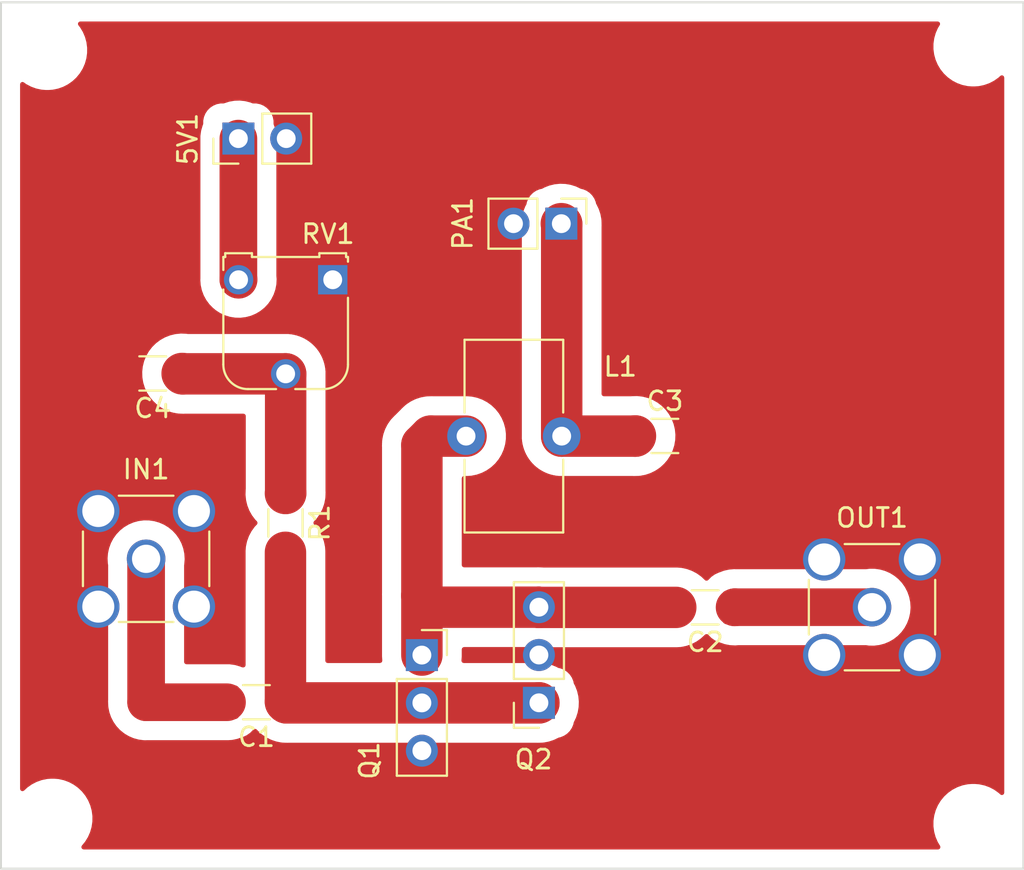
<source format=kicad_pcb>
(kicad_pcb (version 20211014) (generator pcbnew)
  (layers (0 "F.Cu" signal) (31 "B.Cu" signal) (35 "F.Paste" user) (37 "F.SilkS" user "F.Silkscreen") (38 "B.Mask" user) (39 "F.Mask" user) (44 "Edge.Cuts" user))
  (net 0 "")
  (net 1 "GND")
  (net 2 "Net-(C2-Pad1)")
  (net 3 "Net-(C3-Pad1)")
  (net 4 "/DC_BIAS_1")
  (net 5 "Net-(C2-Pad2)")
  (net 6 "Net-(5V1-Pad1)")
  (net 7 "/8-10mW")
  (net 8 "Net-(C4-Pad1)")
  (footprint "Capacitor_SMD:C_1206_3216Metric_Pad1.33x1.80mm_HandSolder" (layer "F.Cu") (at 87.01 70.43 180)
    (fp_text reference "C2" (at 0 -1.85 180) (layer "F.SilkS"))
    (fp_text value "100nF" hide)
    (fp_line (start -0.711252 0.91) (end 0.711252 0.91) (layer "F.SilkS") (width 0.12))
    (fp_line (start -0.711252 -0.91) (end 0.711252 -0.91) (layer "F.SilkS") (width 0.12))
    (pad "1" smd roundrect (at -1.5625 0 180) (size 1.325 1.8) (layers "F.Cu" "F.Paste" "F.Mask") (roundrect_rratio 0.188679) (net 2 "Net-(C2-Pad1)"))
    (pad "2" smd roundrect (at 1.5625 0 180) (size 1.325 1.8) (layers "F.Cu" "F.Paste" "F.Mask") (roundrect_rratio 0.188679) (net 5 "Net-(C2-Pad2)"))
  )
  (footprint "Connector_PinSocket_2.54mm:PinSocket_1x03_P2.54mm_Vertical" (layer "F.Cu") (at 78.18 75.5 180)
    (fp_text reference "Q2" (at 0.29 -3.01) (layer "F.SilkS"))
    (fp_text value "RD00HVS1 (GSD)" hide)
    (fp_line (start -1.33 6.41) (end 1.33 6.41) (layer "F.SilkS") (width 0.12))
    (fp_line (start -1.33 1.27) (end -1.33 6.41) (layer "F.SilkS") (width 0.12))
    (fp_line (start -1.33 1.27) (end 1.33 1.27) (layer "F.SilkS") (width 0.12))
    (fp_line (start 1.33 -1.33) (end 1.33 0) (layer "F.SilkS") (width 0.12))
    (fp_line (start 0 -1.33) (end 1.33 -1.33) (layer "F.SilkS") (width 0.12))
    (fp_line (start 1.33 1.27) (end 1.33 6.41) (layer "F.SilkS") (width 0.12))
    (pad "1" thru_hole rect (at 0 0 180) (size 1.7 1.7) (drill 1) (layers *.Cu *.Mask) (net 4 "/DC_BIAS_1"))
    (pad "2" thru_hole oval (at 0 2.54 180) (size 1.7 1.7) (drill 1) (layers *.Cu *.Mask) (net 1 "GND"))
    (pad "3" thru_hole oval (at 0 5.08 180) (size 1.7 1.7) (drill 1) (layers *.Cu *.Mask) (net 5 "Net-(C2-Pad2)"))
  )
  (footprint "Capacitor_SMD:C_1206_3216Metric_Pad1.33x1.80mm_HandSolder" (layer "F.Cu") (at 63.1775 75.47 180)
    (fp_text reference "C1" (at 0 -1.85 180) (layer "F.SilkS"))
    (fp_text value "100nF" hide)
    (fp_line (start -0.711252 0.91) (end 0.711252 0.91) (layer "F.SilkS") (width 0.12))
    (fp_line (start -0.711252 -0.91) (end 0.711252 -0.91) (layer "F.SilkS") (width 0.12))
    (pad "1" smd roundrect (at -1.5625 0 180) (size 1.325 1.8) (layers "F.Cu" "F.Paste" "F.Mask") (roundrect_rratio 0.188679) (net 4 "/DC_BIAS_1"))
    (pad "2" smd roundrect (at 1.5625 0 180) (size 1.325 1.8) (layers "F.Cu" "F.Paste" "F.Mask") (roundrect_rratio 0.188679) (net 7 "/8-10mW"))
  )
  (footprint "Connector_PinSocket_2.54mm:PinSocket_1x03_P2.54mm_Vertical" (layer "F.Cu") (at 71.965 72.965)
    (fp_text reference "Q1" (at -2.785 5.605 90) (layer "F.SilkS"))
    (fp_text value "BS170" hide)
    (fp_line (start 1.33 -1.33) (end 1.33 0) (layer "F.SilkS") (width 0.12))
    (fp_line (start -1.33 1.27) (end -1.33 6.41) (layer "F.SilkS") (width 0.12))
    (fp_line (start -1.33 6.41) (end 1.33 6.41) (layer "F.SilkS") (width 0.12))
    (fp_line (start 1.33 1.27) (end 1.33 6.41) (layer "F.SilkS") (width 0.12))
    (fp_line (start -1.33 1.27) (end 1.33 1.27) (layer "F.SilkS") (width 0.12))
    (fp_line (start 0 -1.33) (end 1.33 -1.33) (layer "F.SilkS") (width 0.12))
    (pad "1" thru_hole rect locked (at 0 0) (size 1.7 1.7) (drill 1) (layers *.Cu *.Mask) (net 5 "Net-(C2-Pad2)"))
    (pad "2" thru_hole oval locked (at 0 2.54) (size 1.7 1.7) (drill 1) (layers *.Cu *.Mask) (net 4 "/DC_BIAS_1"))
    (pad "3" thru_hole oval locked (at 0 5.08) (size 1.7 1.7) (drill 1) (layers *.Cu *.Mask) (net 1 "GND"))
  )
  (footprint "Resistor_SMD:R_1206_3216Metric_Pad1.30x1.75mm_HandSolder" (layer "F.Cu") (at 64.72 65.94 -90)
    (fp_text reference "R1" (at 0 -1.82 -90) (layer "F.SilkS"))
    (fp_text value "4.7k")
    (fp_line (start -0.727064 -0.91) (end 0.727064 -0.91) (layer "F.SilkS") (width 0.12))
    (fp_line (start -0.727064 0.91) (end 0.727064 0.91) (layer "F.SilkS") (width 0.12))
    (pad "1" smd roundrect (at -1.55 0 270) (size 1.3 1.75) (layers "F.Cu" "F.Paste" "F.Mask") (roundrect_rratio 0.192308) (net 8 "Net-(C4-Pad1)"))
    (pad "2" smd roundrect (at 1.55 0 270) (size 1.3 1.75) (layers "F.Cu" "F.Paste" "F.Mask") (roundrect_rratio 0.192308) (net 4 "/DC_BIAS_1"))
  )
  (footprint "Inductor_THT:L_Toroid_Vertical_L10.0mm_W5.0mm_P5.08mm" (layer "F.Cu") (at 74.31 61.33 90)
    (fp_text reference "L1" (at 3.69 8.19) (layer "F.SilkS"))
    (fp_text value "L_Ferrite" hide)
    (fp_line (start -5.12 -0.08) (end -1.255 -0.08) (layer "F.SilkS") (width 0.12))
    (fp_line (start -5.12 5.16) (end -1.255 5.16) (layer "F.SilkS") (width 0.12))
    (fp_line (start 1.255 -0.08) (end 5.12 -0.08) (layer "F.SilkS") (width 0.12))
    (fp_line (start -5.12 -0.08) (end -5.12 5.16) (layer "F.SilkS") (width 0.12))
    (fp_line (start 5.12 -0.08) (end 5.12 5.16) (layer "F.SilkS") (width 0.12))
    (fp_line (start 1.255 5.16) (end 5.12 5.16) (layer "F.SilkS") (width 0.12))
    (pad "1" thru_hole circle locked (at 0 0 90) (size 2 2) (drill 1) (layers *.Cu *.Mask) (net 5 "Net-(C2-Pad2)"))
    (pad "2" thru_hole circle locked (at 0 5.08 90) (size 2 2) (drill 1) (layers *.Cu *.Mask) (net 3 "Net-(C3-Pad1)"))
  )
  (footprint "Potentiometer_THT:Potentiometer_Runtron_RM-065_Vertical" (layer "F.Cu") (at 62.23 53.02)
    (fp_text reference "RV1" (at 4.75 -2.43) (layer "F.SilkS"))
    (fp_text value "5k")
    (fp_line (start -0.71 -1.21) (end -0.81 -1.21) (layer "F.SilkS") (width 0.12))
    (fp_line (start 4.29 -1.21) (end 4.29 -1.41) (layer "F.SilkS") (width 0.12))
    (fp_line (start 5.71 -1.41) (end 5.71 -1.21) (layer "F.SilkS") (width 0.12))
    (fp_line (start 5.71 -1.41) (end 4.29 -1.41) (layer "F.SilkS") (width 0.12))
    (fp_line (start 0.5 5.81) (end 1.99 5.81) (layer "F.SilkS") (width 0.12))
    (fp_line (start 5.71 -1.21) (end 5.81 -1.21) (layer "F.SilkS") (width 0.12))
    (fp_line (start 4.29 -1.21) (end 0.71 -1.21) (layer "F.SilkS") (width 0.12))
    (fp_line (start -0.71 -1.41) (end -0.71 -1.21) (layer "F.SilkS") (width 0.12))
    (fp_line (start 5.81 -1.21) (end 5.81 -0.96) (layer "F.SilkS") (width 0.12))
    (fp_line (start 0.71 -1.21) (end 0.71 -1.41) (layer "F.SilkS") (width 0.12))
    (fp_line (start 3.01 5.81) (end 4.5 5.81) (layer "F.SilkS") (width 0.12))
    (fp_line (start 0.71 -1.41) (end -0.71 -1.41) (layer "F.SilkS") (width 0.12))
    (fp_line (start -0.81 0.52) (end -0.81 4.5) (layer "F.SilkS") (width 0.12))
    (fp_line (start 5.81 4.5) (end 5.81 0.96) (layer "F.SilkS") (width 0.12))
    (fp_line (start -0.81 -1.21) (end -0.81 -0.52) (layer "F.SilkS") (width 0.12))
    (fp_arc (start 0.5 5.81) (mid -0.42631 5.42631) (end -0.81 4.5) (layer "F.SilkS") (width 0.12))
    (fp_arc (start 5.81 4.5) (mid 5.42631 5.42631) (end 4.5 5.81) (layer "F.SilkS") (width 0.12))
    (pad "1" thru_hole rect (at 5 0) (size 1.56 1.56) (drill 1) (layers *.Cu *.Mask) (net 1 "GND"))
    (pad "2" thru_hole circle (at 2.5 5) (size 1.56 1.56) (drill 1) (layers *.Cu *.Mask) (net 8 "Net-(C4-Pad1)"))
    (pad "3" thru_hole circle (at 0 0) (size 1.56 1.56) (drill 1) (layers *.Cu *.Mask) (net 6 "Net-(5V1-Pad1)"))
  )
  (footprint "Capacitor_SMD:C_1206_3216Metric_Pad1.33x1.80mm_HandSolder" (layer "F.Cu") (at 84.87 61.32)
    (fp_text reference "C3" (at 0 -1.85) (layer "F.SilkS"))
    (fp_text value ".1u" hide)
    (fp_line (start -0.711252 0.91) (end 0.711252 0.91) (layer "F.SilkS") (width 0.12))
    (fp_line (start -0.711252 -0.91) (end 0.711252 -0.91) (layer "F.SilkS") (width 0.12))
    (pad "1" smd roundrect (at -1.5625 0) (size 1.325 1.8) (layers "F.Cu" "F.Paste" "F.Mask") (roundrect_rratio 0.188679) (net 3 "Net-(C3-Pad1)"))
    (pad "2" smd roundrect (at 1.5625 0) (size 1.325 1.8) (layers "F.Cu" "F.Paste" "F.Mask") (roundrect_rratio 0.188679) (net 1 "GND"))
  )
  (footprint "Connector_PinHeader_2.54mm:PinHeader_1x02_P2.54mm_Vertical" (layer "F.Cu") (at 79.37 50.04 -90)
    (fp_text reference "PA1" (at -0.01 5.235 -90) (layer "F.SilkS"))
    (fp_text value "VDC" hide)
    (fp_line (start -1.33 3.87) (end 1.33 3.87) (layer "F.SilkS") (width 0.12))
    (fp_line (start -1.33 0) (end -1.33 -1.33) (layer "F.SilkS") (width 0.12))
    (fp_line (start -1.33 1.27) (end 1.33 1.27) (layer "F.SilkS") (width 0.12))
    (fp_line (start -1.33 1.27) (end -1.33 3.87) (layer "F.SilkS") (width 0.12))
    (fp_line (start -1.33 -1.33) (end 0 -1.33) (layer "F.SilkS") (width 0.12))
    (fp_line (start 1.33 1.27) (end 1.33 3.87) (layer "F.SilkS") (width 0.12))
    (pad "1" thru_hole rect locked (at 0 0 270) (size 1.7 1.7) (drill 1) (layers *.Cu *.Mask) (net 3 "Net-(C3-Pad1)"))
    (pad "2" thru_hole oval locked (at 0 2.54 270) (size 1.7 1.7) (drill 1) (layers *.Cu *.Mask) (net 1 "GND"))
  )
  (footprint "MountingHole:MountingHole_2.2mm_M2" (layer "F.Cu") (at 52.35 81.65)
    (fp_text reference "H3" hide)
    (fp_text value "MountingHole" hide)
    (pad "" np_thru_hole circle (at 0 0) (size 2.2 2.2) (drill 2.2) (layers *.Cu *.Mask))
  )
  (footprint "Connector_Coaxial:SMA_Amphenol_901-144_Vertical" (layer "F.Cu") (at 57.32 67.85)
    (fp_text reference "IN1" (at 0 -4.75) (layer "F.SilkS"))
    (fp_text value "SMA" hide)
    (fp_line (start -3.355 -1.45) (end -3.355 1.45) (layer "F.SilkS") (width 0.12))
    (fp_line (start -1.45 -3.355) (end 1.45 -3.355) (layer "F.SilkS") (width 0.12))
    (fp_line (start -1.45 3.355) (end 1.45 3.355) (layer "F.SilkS") (width 0.12))
    (fp_line (start 3.355 -1.45) (end 3.355 1.45) (layer "F.SilkS") (width 0.12))
    (pad "1" thru_hole circle locked (at 0 0) (size 2.05 2.05) (drill 1.5) (layers *.Cu *.Mask) (net 7 "/8-10mW"))
    (pad "2" thru_hole circle locked (at -2.54 2.54) (size 2.25 2.25) (drill 1.7) (layers *.Cu *.Mask) (net 1 "GND"))
    (pad "2" thru_hole circle locked (at 2.54 2.54) (size 2.25 2.25) (drill 1.7) (layers *.Cu *.Mask) (net 1 "GND"))
    (pad "2" thru_hole circle locked (at -2.54 -2.54) (size 2.25 2.25) (drill 1.7) (layers *.Cu *.Mask) (net 1 "GND"))
    (pad "2" thru_hole circle locked (at 2.54 -2.54) (size 2.25 2.25) (drill 1.7) (layers *.Cu *.Mask) (net 1 "GND"))
  )
  (footprint "Connector_PinHeader_2.54mm:PinHeader_1x02_P2.54mm_Vertical" (layer "F.Cu") (at 62.22 45.52 90)
    (fp_text reference "5V1" (at -0.02 -2.69 90) (layer "F.SilkS"))
    (fp_text value "BIAS")
    (fp_line (start -1.33 0) (end -1.33 -1.33) (layer "F.SilkS") (width 0.12))
    (fp_line (start -1.33 1.27) (end -1.33 3.87) (layer "F.SilkS") (width 0.12))
    (fp_line (start -1.33 1.27) (end 1.33 1.27) (layer "F.SilkS") (width 0.12))
    (fp_line (start -1.33 -1.33) (end 0 -1.33) (layer "F.SilkS") (width 0.12))
    (fp_line (start 1.33 1.27) (end 1.33 3.87) (layer "F.SilkS") (width 0.12))
    (fp_line (start -1.33 3.87) (end 1.33 3.87) (layer "F.SilkS") (width 0.12))
    (pad "1" thru_hole rect (at 0 0 90) (size 1.7 1.7) (drill 1) (layers *.Cu *.Mask) (net 6 "Net-(5V1-Pad1)"))
    (pad "2" thru_hole oval (at 0 2.54 90) (size 1.7 1.7) (drill 1) (layers *.Cu *.Mask) (net 1 "GND"))
  )
  (footprint "Capacitor_SMD:C_1206_3216Metric_Pad1.33x1.80mm_HandSolder" (layer "F.Cu") (at 57.67 58 180)
    (fp_text reference "C4" (at 0 -1.85) (layer "F.SilkS"))
    (fp_text value ".1u" hide)
    (fp_line (start -0.711252 0.91) (end 0.711252 0.91) (layer "F.SilkS") (width 0.12))
    (fp_line (start -0.711252 -0.91) (end 0.711252 -0.91) (layer "F.SilkS") (width 0.12))
    (pad "1" smd roundrect (at -1.5625 0 180) (size 1.325 1.8) (layers "F.Cu" "F.Paste" "F.Mask") (roundrect_rratio 0.188679) (net 8 "Net-(C4-Pad1)"))
    (pad "2" smd roundrect (at 1.5625 0 180) (size 1.325 1.8) (layers "F.Cu" "F.Paste" "F.Mask") (roundrect_rratio 0.188679) (net 1 "GND"))
  )
  (footprint "Connector_Coaxial:SMA_Amphenol_901-144_Vertical" (layer "F.Cu") (at 95.87 70.42)
    (fp_text reference "OUT1" (at 0 -4.75) (layer "F.SilkS"))
    (fp_text value "SMA" hide)
    (fp_line (start 3.355 -1.45) (end 3.355 1.45) (layer "F.SilkS") (width 0.12))
    (fp_line (start -1.45 3.355) (end 1.45 3.355) (layer "F.SilkS") (width 0.12))
    (fp_line (start -1.45 -3.355) (end 1.45 -3.355) (layer "F.SilkS") (width 0.12))
    (fp_line (start -3.355 -1.45) (end -3.355 1.45) (layer "F.SilkS") (width 0.12))
    (pad "1" thru_hole circle locked (at 0 0) (size 2.05 2.05) (drill 1.5) (layers *.Cu *.Mask) (net 2 "Net-(C2-Pad1)"))
    (pad "2" thru_hole circle locked (at 2.54 2.54) (size 2.25 2.25) (drill 1.7) (layers *.Cu *.Mask) (net 1 "GND"))
    (pad "2" thru_hole circle locked (at -2.54 -2.54) (size 2.25 2.25) (drill 1.7) (layers *.Cu *.Mask) (net 1 "GND"))
    (pad "2" thru_hole circle locked (at 2.54 -2.54) (size 2.25 2.25) (drill 1.7) (layers *.Cu *.Mask) (net 1 "GND"))
    (pad "2" thru_hole circle locked (at -2.54 2.54) (size 2.25 2.25) (drill 1.7) (layers *.Cu *.Mask) (net 1 "GND"))
  )
  (footprint "MountingHole:MountingHole_2.2mm_M2" (layer "F.Cu") (at 52.07 40.82)
    (fp_text reference "H1" hide)
    (fp_text value "MountingHole" hide)
    (pad "" np_thru_hole circle (at 0 0) (size 2.2 2.2) (drill 2.2) (layers *.Cu *.Mask))
  )
  (footprint "MountingHole:MountingHole_2.2mm_M2" (layer "F.Cu") (at 101.25 40.63)
    (fp_text reference "H2" hide)
    (fp_text value "MountingHole" hide)
    (pad "" np_thru_hole circle (at 0 0) (size 2.2 2.2) (drill 2.2) (layers *.Cu *.Mask))
  )
  (footprint "MountingHole:MountingHole_2.2mm_M2" (layer "F.Cu") (at 101.25 81.93)
    (fp_text reference "H4" hide)
    (fp_text value "MountingHole" hide)
    (pad "" np_thru_hole circle (at 0 0) (size 2.2 2.2) (drill 2.2) (layers *.Cu *.Mask))
  )
  (gr_rect (start 49.61 38.28) (end 103.91 84.31) (layer "Edge.Cuts") (width 0.1) (fill none))
  (segment (start 95.87 70.42) (end 88.5825 70.42) (width 2) (layer "F.Cu") (net 2))
  (segment (start 88.5825 70.42) (end 88.5725 70.43) (width 2) (layer "F.Cu") (net 2))
  (segment (start 83.2975 61.33) (end 83.3075 61.32) (width 2.2) (layer "F.Cu") (net 3))
  (segment (start 79.39 61.33) (end 79.39 50.06) (width 2.2) (layer "F.Cu") (net 3))
  (segment (start 79.39 50.06) (end 79.37 50.04) (width 2.2) (layer "F.Cu") (net 3))
  (segment (start 79.39 61.33) (end 83.2975 61.33) (width 2.2) (layer "F.Cu") (net 3))
  (segment (start 64.72 67.5025) (end 64.72 75.45) (width 2.2) (layer "F.Cu") (net 4))
  (segment (start 64.775 75.505) (end 64.74 75.47) (width 2.2) (layer "F.Cu") (net 4))
  (segment (start 64.72 75.45) (end 64.74 75.47) (width 2.2) (layer "F.Cu") (net 4))
  (segment (start 71.965 75.505) (end 64.775 75.505) (width 2.2) (layer "F.Cu") (net 4))
  (segment (start 71.965 75.505) (end 78.175 75.505) (width 2.2) (layer "F.Cu") (net 4))
  (segment (start 78.175 75.505) (end 78.18 75.5) (width 2.2) (layer "F.Cu") (net 4))
  (segment (start 72.58 70.42) (end 71.965 69.805) (width 2.2) (layer "F.Cu") (net 5))
  (segment (start 71.965 69.805) (end 71.965 61.795) (width 2.2) (layer "F.Cu") (net 5))
  (segment (start 71.965 72.965) (end 71.965 69.805) (width 2.2) (layer "F.Cu") (net 5))
  (segment (start 85.4475 70.43) (end 78.19 70.43) (width 2.2) (layer "F.Cu") (net 5))
  (segment (start 78.19 70.43) (end 78.18 70.42) (width 2.2) (layer "F.Cu") (net 5))
  (segment (start 78.18 70.42) (end 72.58 70.42) (width 2.2) (layer "F.Cu") (net 5))
  (segment (start 72.43 61.33) (end 74.31 61.33) (width 2.2) (layer "F.Cu") (net 5))
  (segment (start 71.965 61.795) (end 72.43 61.33) (width 2.2) (layer "F.Cu") (net 5))
  (segment (start 62.22 45.52) (end 62.22 53.01) (width 2) (layer "F.Cu") (net 6))
  (segment (start 62.22 53.01) (end 62.23 53.02) (width 2) (layer "F.Cu") (net 6))
  (segment (start 57.32 75.47) (end 61.615 75.47) (width 2) (layer "F.Cu") (net 7))
  (segment (start 57.32 67.85) (end 57.32 75.47) (width 2) (layer "F.Cu") (net 7))
  (segment (start 64.73 58.02) (end 64.73 64.3675) (width 2.2) (layer "F.Cu") (net 8))
  (segment (start 64.73 64.3675) (end 64.72 64.3775) (width 2.2) (layer "F.Cu") (net 8))
  (segment (start 59.2525 58.02) (end 59.2325 58) (width 2.2) (layer "F.Cu") (net 8))
  (segment (start 64.73 58.02) (end 59.2525 58.02) (width 2.2) (layer "F.Cu") (net 8))
  (zone (net 1) (net_name "GND") (layer "F.Cu") (connect_pads yes (clearance 1.016)) (min_thickness 0.254) (fill yes (thermal_gap 0.508) (thermal_bridge_width 0.508))
    (polygon (pts (xy 103.91 84.21) (xy 49.65 84.21) (xy 49.65 38.28) (xy 103.91 38.28)))
  )
)
</source>
